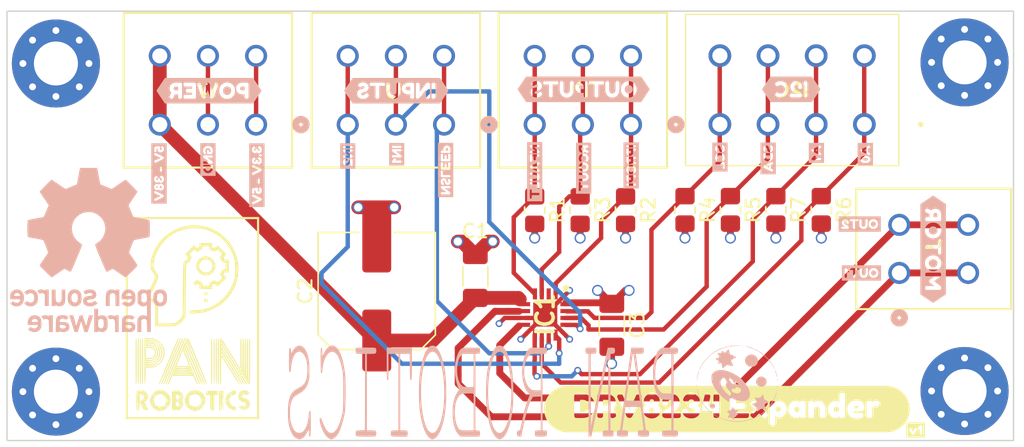
<source format=kicad_pcb>
(kicad_pcb (version 20221018) (generator pcbnew)
  (layers (0 "F.Cu" signal) (1 "In1.Cu" power "GND.Cu") (2 "In2.Cu" power "5V.Cu") (31 "B.Cu" signal) (34 "B.Paste" user) (35 "F.Paste" user) (36 "B.SilkS" user "B.Silkscreen") (37 "F.SilkS" user "F.Silkscreen") (38 "B.Mask" user) (39 "F.Mask" user) (44 "Edge.Cuts" user))
  (net 0 "")
  (net 1 "VCC")
  (net 2 "GND")
  (net 3 "+5V")
  (net 4 "IPROPI")
  (net 6 "RC_OUT")
  (net 7 "NFAULT")
  (net 8 "OUT1")
  (net 9 "OUT2")
  (net 10 "A1")
  (net 11 "A0")
  (net 12 "NSLEEP")
  (net 13 "IN2")
  (net 14 "IN1")
  (net 15 "SDA")
  (net 16 "SCL")
  (footprint "Resistor_SMD:R_0805_2012Metric_Pad1.20x1.40mm_HandSolder" (layer "F.Cu") (at 129.286 90.932 -90)
    (fp_text reference "R1" (at 0 -1.65 -90) (layer "F.SilkS"))
    (fp_text value "10K")
    (pad "1" smd roundrect (at -1 0 270) (size 1.2 1.4) (layers "F.Cu" "F.Paste" "F.Mask") (roundrect_rratio 0.2083333333) (net 7 "NFAULT"))
    (pad "2" smd roundrect (at 1 0 270) (size 1.2 1.4) (layers "F.Cu" "F.Paste" "F.Mask") (roundrect_rratio 0.2083333333) (net 3 "+5V"))
  )
  (footprint "1862055 Footprint:CONN_1862055" (layer "F.Cu") (at 129.286 79.709 180)
    (fp_text reference "J3" (at -3.500001 -2.5 180 unlocked) (layer "F.SilkS"))
    (fp_text value "CNTRL_OUT")
    (pad "1" thru_hole circle (at -7.000001 -5 180) (size 1.6002 1.6002) (drill 1.0922) (layers "*.Cu" "*.Mask") (net 4 "IPROPI"))
    (pad "2" thru_hole circle (at -7.000001 0 180) (size 1.6002 1.6002) (drill 1.0922) (layers "*.Cu" "*.Mask") (net 4 "IPROPI"))
    (pad "3" thru_hole circle (at -3.500001 -5 180) (size 1.6002 1.6002) (drill 1.0922) (layers "*.Cu" "*.Mask") (net 6 "RC_OUT"))
    (pad "4" thru_hole circle (at -3.500001 0 180) (size 1.6002 1.6002) (drill 1.0922) (layers "*.Cu" "*.Mask") (net 6 "RC_OUT"))
    (pad "5" thru_hole circle (at 0 -5 180) (size 1.6002 1.6002) (drill 1.0922) (layers "*.Cu" "*.Mask") (net 7 "NFAULT"))
    (pad "6" thru_hole circle (at 0 0 180) (size 1.6002 1.6002) (drill 1.0922) (layers "*.Cu" "*.Mask") (net 7 "NFAULT"))
  )
  (footprint "1862042 Footprint:CONN_1862042" (layer "F.Cu") (at 160.782 92.003998 90)
    (fp_text reference "J5" (at -1.75 -2.5 90 unlocked) (layer "F.SilkS"))
    (fp_text value "MOTOR")
    (pad "1" thru_hole circle (at -3.500002 -5 90) (size 1.6002 1.6002) (drill 1.0922) (layers "*.Cu" "*.Mask") (net 8 "OUT1"))
    (pad "2" thru_hole circle (at -3.500002 0 90) (size 1.6002 1.6002) (drill 1.0922) (layers "*.Cu" "*.Mask") (net 8 "OUT1"))
    (pad "3" thru_hole circle (at 0.000001 -5 90) (size 1.6002 1.6002) (drill 1.0922) (layers "*.Cu" "*.Mask") (net 9 "OUT2"))
    (pad "4" thru_hole circle (at 0.000001 0 90) (size 1.6002 1.6002) (drill 1.0922) (layers "*.Cu" "*.Mask") (net 9 "OUT2"))
  )
  (footprint "Resistor_SMD:R_0805_2012Metric_Pad1.20x1.40mm_HandSolder" (layer "F.Cu") (at 150.114 90.916 -90)
    (fp_text reference "R6" (at 0 -1.65 90) (layer "F.SilkS"))
    (fp_text value "2.2K")
    (pad "1" smd roundrect (at -1 0 270) (size 1.2 1.4) (layers "F.Cu" "F.Paste" "F.Mask") (roundrect_rratio 0.2083333333) (net 11 "A0"))
    (pad "2" smd roundrect (at 1 0 270) (size 1.2 1.4) (layers "F.Cu" "F.Paste" "F.Mask") (roundrect_rratio 0.2083333333) (net 3 "+5V"))
  )
  (footprint "Capacitor_SMD:C_Elec_8x10.2" (layer "F.Cu") (at 117.8052 96.818 90)
    (fp_text reference "C2" (at 0 -5.2 90) (layer "F.SilkS"))
    (fp_text value "100uF")
    (pad "1" smd roundrect (at -3.6 0 90) (size 4.5 2.1) (layers "F.Cu" "F.Paste" "F.Mask") (roundrect_rratio 0.1190480952) (net 1 "VCC"))
    (pad "2" smd roundrect (at 3.6 0 90) (size 4.5 2.1) (layers "F.Cu" "F.Paste" "F.Mask") (roundrect_rratio 0.1190480952) (net 2 "GND"))
  )
  (footprint "kibuzzard-65A7039D" (layer "F.Cu") (at 156.972 106.934)
    (fp_text reference "kibuzzard-65A7039D" hide)
    (fp_text value "G***" hide)
  )
  (footprint "Resistor_SMD:R_0805_2012Metric_Pad1.20x1.40mm_HandSolder" (layer "F.Cu") (at 135.89 90.932 -90)
    (fp_text reference "R2" (at 0 -1.65 -90) (layer "F.SilkS"))
    (fp_text value "8.45K")
    (pad "1" smd roundrect (at -1 0 270) (size 1.2 1.4) (layers "F.Cu" "F.Paste" "F.Mask") (roundrect_rratio 0.2083333333) (net 4 "IPROPI"))
    (pad "2" smd roundrect (at 1 0 270) (size 1.2 1.4) (layers "F.Cu" "F.Paste" "F.Mask") (roundrect_rratio 0.2083333333) (net 2 "GND"))
  )
  (footprint "1862055 Footprint:CONN_1862055" (layer "F.Cu") (at 115.697 79.709 180)
    (fp_text reference "J2" (at -3.500001 -2.5 180 unlocked) (layer "F.SilkS"))
    (fp_text value "CNTRL_IN")
    (pad "1" thru_hole circle (at -7.000001 -5 180) (size 1.6002 1.6002) (drill 1.0922) (layers "*.Cu" "*.Mask") (net 12 "NSLEEP"))
    (pad "2" thru_hole circle (at -7.000001 0 180) (size 1.6002 1.6002) (drill 1.0922) (layers "*.Cu" "*.Mask") (net 12 "NSLEEP"))
    (pad "3" thru_hole circle (at -3.500001 -5 180) (size 1.6002 1.6002) (drill 1.0922) (layers "*.Cu" "*.Mask") (net 14 "IN1"))
    (pad "4" thru_hole circle (at -3.500001 0 180) (size 1.6002 1.6002) (drill 1.0922) (layers "*.Cu" "*.Mask") (net 14 "IN1"))
    (pad "5" thru_hole circle (at 0 -5 180) (size 1.6002 1.6002) (drill 1.0922) (layers "*.Cu" "*.Mask") (net 13 "IN2"))
    (pad "6" thru_hole circle (at 0 0 180) (size 1.6002 1.6002) (drill 1.0922) (layers "*.Cu" "*.Mask") (net 13 "IN2"))
  )
  (footprint "kibuzzard-65A7036D" (layer "F.Cu") (at 143.256 105.41)
    (fp_text reference "kibuzzard-65A7036D" hide)
    (fp_text value "G***" hide)
  )
  (footprint "1862055 Footprint:CONN_1862055" (layer "F.Cu") (at 102.036999 79.709 180)
    (fp_text reference "J1" (at -3.500001 -2.5 180 unlocked) (layer "F.SilkS"))
    (fp_text value "POWER")
    (pad "1" thru_hole circle (at -7.000001 -5 180) (size 1.6002 1.6002) (drill 1.0922) (layers "*.Cu" "*.Mask") (net 3 "+5V"))
    (pad "2" thru_hole circle (at -7.000001 0 180) (size 1.6002 1.6002) (drill 1.0922) (layers "*.Cu" "*.Mask") (net 3 "+5V"))
    (pad "3" thru_hole circle (at -3.500001 -5 180) (size 1.6002 1.6002) (drill 1.0922) (layers "*.Cu" "*.Mask") (net 2 "GND"))
    (pad "4" thru_hole circle (at -3.500001 0 180) (size 1.6002 1.6002) (drill 1.0922) (layers "*.Cu" "*.Mask") (net 2 "GND"))
    (pad "5" thru_hole circle (at 0 -5 180) (size 1.6002 1.6002) (drill 1.0922) (layers "*.Cu" "*.Mask") (net 1 "VCC"))
    (pad "6" thru_hole circle (at 0 0 180) (size 1.6002 1.6002) (drill 1.0922) (layers "*.Cu" "*.Mask") (net 1 "VCC"))
  )
  (footprint "MountingHole:MountingHole_3.2mm_M3_Pad_Via" (layer "F.Cu") (at 160.528 80.183056)
    (fp_text reference "H2" hide)
    (fp_text value "MountingHole")
    (pad "1" thru_hole circle (at -2.4 0) (size 0.8 0.8) (drill 0.5) (layers "*.Cu" "*.Mask"))
    (pad "1" thru_hole circle (at -1.697056 -1.697056) (size 0.8 0.8) (drill 0.5) (layers "*.Cu" "*.Mask"))
    (pad "1" thru_hole circle (at -1.697056 1.697056) (size 0.8 0.8) (drill 0.5) (layers "*.Cu" "*.Mask"))
    (pad "1" thru_hole circle (at 0 -2.4) (size 0.8 0.8) (drill 0.5) (layers "*.Cu" "*.Mask"))
    (pad "1" thru_hole circle (at 0 0) (size 6.4 6.4) (drill 3.2) (layers "*.Cu" "*.Mask"))
    (pad "1" thru_hole circle (at 0 2.4) (size 0.8 0.8) (drill 0.5) (layers "*.Cu" "*.Mask"))
    (pad "1" thru_hole circle (at 1.697056 -1.697056) (size 0.8 0.8) (drill 0.5) (layers "*.Cu" "*.Mask"))
    (pad "1" thru_hole circle (at 1.697056 1.697056) (size 0.8 0.8) (drill 0.5) (layers "*.Cu" "*.Mask"))
    (pad "1" thru_hole circle (at 2.4 0) (size 0.8 0.8) (drill 0.5) (layers "*.Cu" "*.Mask"))
  )
  (footprint "DRV8234 Footprint:QFN50P300X300X80-17N-D" (layer "F.Cu") (at 130.052 98.528 -90)
    (fp_text reference "IC1" (at 0 0 90) (layer "F.SilkS") (effects (font (size 1.27 1.27) (thickness 0.254))))
    (fp_text value "DRV8234RTER" hide)
    (pad "1" smd rect (at -1.5 -0.75) (size 0.3 0.8) (layers "F.Cu" "F.Paste" "F.Mask") (net 4 "IPROPI"))
    (pad "2" smd rect (at -1.5 -0.25) (size 0.3 0.8) (layers "F.Cu" "F.Paste" "F.Mask"))
    (pad "3" smd rect (at -1.5 0.25) (size 0.3 0.8) (layers "F.Cu" "F.Paste" "F.Mask") (net 6 "RC_OUT"))
    (pad "4" smd rect (at -1.5 0.75) (size 0.3 0.8) (layers "F.Cu" "F.Paste" "F.Mask") (net 7 "NFAULT"))
    (pad "5" smd rect (at -0.75 1.5 270) (size 0.3 0.8) (layers "F.Cu" "F.Paste" "F.Mask") (net 1 "VCC"))
    (pad "6" smd rect (at -0.25 1.5 270) (size 0.3 0.8) (layers "F.Cu" "F.Paste" "F.Mask") (net 8 "OUT1"))
    (pad "7" smd rect (at 0.25 1.5 270) (size 0.3 0.8) (layers "F.Cu" "F.Paste" "F.Mask") (net 2 "GND"))
    (pad "8" smd rect (at 0.75 1.5 270) (size 0.3 0.8) (layers "F.Cu" "F.Paste" "F.Mask") (net 9 "OUT2"))
    (pad "9" smd rect (at 1.5 0.75) (size 0.3 0.8) (layers "F.Cu" "F.Paste" "F.Mask") (net 10 "A1"))
    (pad "10" smd rect (at 1.5 0.25) (size 0.3 0.8) (layers "F.Cu" "F.Paste" "F.Mask") (net 11 "A0"))
    (pad "11" smd rect (at 1.5 -0.25) (size 0.3 0.8) (layers "F.Cu" "F.Paste" "F.Mask") (net 12 "NSLEEP"))
    (pad "12" smd rect (at 1.5 -0.75) (size 0.3 0.8) (layers "F.Cu" "F.Paste" "F.Mask") (net 13 "IN2"))
    (pad "13" smd rect (at 0.75 -1.5 270) (size 0.3 0.8) (layers "F.Cu" "F.Paste" "F.Mask") (net 14 "IN1"))
    (pad "14" smd rect (at 0.25 -1.5 270) (size 0.3 0.8) (layers "F.Cu" "F.Paste" "F.Mask") (net 15 "SDA"))
    (pad "15" smd rect (at -0.25 -1.5 270) (size 0.3 0.8) (layers "F.Cu" "F.Paste" "F.Mask") (net 16 "SCL"))
    (pad "16" smd rect (at -0.75 -1.5 270) (size 0.3 0.8) (layers "F.Cu" "F.Paste" "F.Mask") (net 3 "+5V"))
    (pad "17" smd rect (at 0 0 270) (size 1.75 1.75) (layers "F.Cu" "F.Paste" "F.Mask") (net 2 "GND"))
  )
  (footprint "MountingHole:MountingHole_3.2mm_M3_Pad_Via" (layer "F.Cu") (at 94.488 104.14)
    (fp_text reference "H3" hide)
    (fp_text value "MountingHole")
    (pad "1" thru_hole circle (at -2.4 0) (size 0.8 0.8) (drill 0.5) (layers "*.Cu" "*.Mask"))
    (pad "1" thru_hole circle (at -1.697056 -1.697056) (size 0.8 0.8) (drill 0.5) (layers "*.Cu" "*.Mask"))
    (pad "1" thru_hole circle (at -1.697056 1.697056) (size 0.8 0.8) (drill 0.5) (layers "*.Cu" "*.Mask"))
    (pad "1" thru_hole circle (at 0 -2.4) (size 0.8 0.8) (drill 0.5) (layers "*.Cu" "*.Mask"))
    (pad "1" thru_hole circle (at 0 0) (size 6.4 6.4) (drill 3.2) (layers "*.Cu" "*.Mask"))
    (pad "1" thru_hole circle (at 0 2.4) (size 0.8 0.8) (drill 0.5) (layers "*.Cu" "*.Mask"))
    (pad "1" thru_hole circle (at 1.697056 -1.697056) (size 0.8 0.8) (drill 0.5) (layers "*.Cu" "*.Mask"))
    (pad "1" thru_hole circle (at 1.697056 1.697056) (size 0.8 0.8) (drill 0.5) (layers "*.Cu" "*.Mask"))
    (pad "1" thru_hole circle (at 2.4 0) (size 0.8 0.8) (drill 0.5) (layers "*.Cu" "*.Mask"))
  )
  (footprint "Resistor_SMD:R_0805_2012Metric_Pad1.20x1.40mm_HandSolder" (layer "F.Cu") (at 140.208 90.916 -90)
    (fp_text reference "R4" (at 0 -1.65 90) (layer "F.SilkS"))
    (fp_text value "2.2K")
    (pad "1" smd roundrect (at -1 0 270) (size 1.2 1.4) (layers "F.Cu" "F.Paste" "F.Mask") (roundrect_rratio 0.2083333333) (net 16 "SCL"))
    (pad "2" smd roundrect (at 1 0 270) (size 1.2 1.4) (layers "F.Cu" "F.Paste" "F.Mask") (roundrect_rratio 0.2083333333) (net 3 "+5V"))
  )
  (footprint "Resistor_SMD:R_0805_2012Metric_Pad1.20x1.40mm_HandSolder" (layer "F.Cu") (at 143.51 90.916 -90)
    (fp_text reference "R5" (at 0 -1.65 90) (layer "F.SilkS"))
    (fp_text value "2.2K")
    (pad "1" smd roundrect (at -1 0 270) (size 1.2 1.4) (layers "F.Cu" "F.Paste" "F.Mask") (roundrect_rratio 0.2083333333) (net 15 "SDA"))
    (pad "2" smd roundrect (at 1 0 270) (size 1.2 1.4) (layers "F.Cu" "F.Paste" "F.Mask") (roundrect_rratio 0.2083333333) (net 3 "+5V"))
  )
  (footprint "Resistor_SMD:R_0805_2012Metric_Pad1.20x1.40mm_HandSolder" (layer "F.Cu") (at 146.812 90.916 -90)
    (fp_text reference "R7" (at 0 -1.65 90) (layer "F.SilkS"))
    (fp_text value "2.2K")
    (pad "1" smd roundrect (at -1 0 270) (size 1.2 1.4) (layers "F.Cu" "F.Paste" "F.Mask") (roundrect_rratio 0.2083333333) (net 10 "A1"))
    (pad "2" smd roundrect (at 1 0 270) (size 1.2 1.4) (layers "F.Cu" "F.Paste" "F.Mask") (roundrect_rratio 0.2083333333) (net 3 "+5V"))
  )
  (footprint "Logos:Pan-Robotics2-Logo2" (layer "F.Cu") (at 104.394 98.806)
    (fp_text reference "G***")
    (fp_text value "LOGO" hide)
  )
  (footprint "Resistor_SMD:R_0805_2012Metric_Pad1.20x1.40mm_HandSolder" (layer "F.Cu") (at 132.588 90.932 -90)
    (fp_text reference "R3" (at 0 -1.65 90) (layer "F.SilkS"))
    (fp_text value "10K")
    (pad "1" smd roundrect (at -1 0 270) (size 1.2 1.4) (layers "F.Cu" "F.Paste" "F.Mask") (roundrect_rratio 0.2083333333) (net 6 "RC_OUT"))
    (pad "2" smd roundrect (at 1 0 270) (size 1.2 1.4) (layers "F.Cu" "F.Paste" "F.Mask") (roundrect_rratio 0.2083333333) (net 3 "+5V"))
  )
  (footprint "Capacitor_SMD:C_1206_3216Metric_Pad1.33x1.80mm_HandSolder" (layer "F.Cu") (at 134.89 99.314 -90)
    (fp_text reference "C3" (at 0 -1.85 90) (layer "F.SilkS"))
    (fp_text value "100nF")
    (pad "1" smd roundrect (at -1.5625 0 270) (size 1.325 1.8) (layers "F.Cu" "F.Paste" "F.Mask") (roundrect_rratio 0.1886792453) (net 3 "+5V"))
    (pad "2" smd roundrect (at 1.5625 0 270) (size 1.325 1.8) (layers "F.Cu" "F.Paste" "F.Mask") (roundrect_rratio 0.1886792453) (net 2 "GND"))
  )
  (footprint "Capacitor_SMD:C_1206_3216Metric_Pad1.33x1.80mm_HandSolder" (layer "F.Cu") (at 124.968 95.758 90)
    (fp_text reference "C1" (at 3.302 0 180) (layer "F.SilkS"))
    (fp_text value "100nF")
    (pad "1" smd roundrect (at -1.5625 0 90) (size 1.325 1.8) (layers "F.Cu" "F.Paste" "F.Mask") (roundrect_rratio 0.1886792453) (net 1 "VCC"))
    (pad "2" smd roundrect (at 1.5625 0 90) (size 1.325 1.8) (layers "F.Cu" "F.Paste" "F.Mask") (roundrect_rratio 0.1886792453) (net 2 "GND"))
  )
  (footprint "1862068 Footprint:1862068" (layer "F.Cu") (at 153.244 84.6944 180)
    (fp_text reference "J4" (at 5.162 2.5) (layer "F.SilkS") (effects (font (size 1.27 1.27) (thickness 0.254))))
    (fp_text value "I2C" hide)
    (pad "1" thru_hole circle (at 0 0 180) (size 1.65 1.65) (drill 1.1) (layers "*.Cu" "*.Mask") (net 11 "A0"))
    (pad "2" thru_hole circle (at 0 5 180) (size 1.65 1.65) (drill 1.1) (layers "*.Cu" "*.Mask") (net 11 "A0"))
    (pad "3" thru_hole circle (at 3.5 0 180) (size 1.65 1.65) (drill 1.1) (layers "*.Cu" "*.Mask") (net 10 "A1"))
    (pad "4" thru_hole circle (at 3.5 5 180) (size 1.65 1.65) (drill 1.1) (layers "*.Cu" "*.Mask") (net 10 "A1"))
    (pad "5" thru_hole circle (at 7 0 180) (size 1.65 1.65) (drill 1.1) (layers "*.Cu" "*.Mask") (net 15 "SDA"))
    (pad "6" thru_hole circle (at 7 5 180) (size 1.65 1.65) (drill 1.1) (layers "*.Cu" "*.Mask") (net 15 "SDA"))
    (pad "7" thru_hole circle (at 10.5 0 180) (size 1.65 1.65) (drill 1.1) (layers "*.Cu" "*.Mask") (net 16 "SCL"))
    (pad "8" thru_hole circle (at 10.5 5 180) (size 1.65 1.65) (drill 1.1) (layers "*.Cu" "*.Mask") (net 16 "SCL"))
  )
  (footprint "MountingHole:MountingHole_3.2mm_M3_Pad_Via" (layer "F.Cu") (at 94.488 80.264)
    (fp_text reference "H1" hide)
    (fp_text value "MountingHole")
    (pad "1" thru_hole circle (at -2.4 0) (size 0.8 0.8) (drill 0.5) (layers "*.Cu" "*.Mask"))
    (pad "1" thru_hole circle (at -1.697056 -1.697056) (size 0.8 0.8) (drill 0.5) (layers "*.Cu" "*.Mask"))
    (pad "1" thru_hole circle (at -1.697056 1.697056) (size 0.8 0.8) (drill 0.5) (layers "*.Cu" "*.Mask"))
    (pad "1" thru_hole circle (at 0 -2.4) (size 0.8 0.8) (drill 0.5) (layers "*.Cu" "*.Mask"))
    (pad "1" thru_hole circle (at 0 0) (size 6.4 6.4) (drill 3.2) (layers "*.Cu" "*.Mask"))
    (pad "1" thru_hole circle (at 0 2.4) (size 0.8 0.8) (drill 0.5) (layers "*.Cu" "*.Mask"))
    (pad "1" thru_hole circle (at 1.697056 -1.697056) (size 0.8 0.8) (drill 0.5) (layers "*.Cu" "*.Mask"))
    (pad "1" thru_hole circle (at 1.697056 1.697056) (size 0.8 0.8) (drill 0.5) (layers "*.Cu" "*.Mask"))
    (pad "1" thru_hole circle (at 2.4 0) (size 0.8 0.8) (drill 0.5) (layers "*.Cu" "*.Mask"))
  )
  (footprint "MountingHole:MountingHole_3.2mm_M3_Pad_Via" (layer "F.Cu") (at 160.528 104.093944)
    (fp_text reference "H4" hide)
    (fp_text value "MountingHole")
    (pad "1" thru_hole circle (at -2.4 0) (size 0.8 0.8) (drill 0.5) (layers "*.Cu" "*.Mask"))
    (pad "1" thru_hole circle (at -1.697056 -1.697056) (size 0.8 0.8) (drill 0.5) (layers "*.Cu" "*.Mask"))
    (pad "1" thru_hole circle (at -1.697056 1.697056) (size 0.8 0.8) (drill 0.5) (layers "*.Cu" "*.Mask"))
    (pad "1" thru_hole circle (at 0 -2.4) (size 0.8 0.8) (drill 0.5) (layers "*.Cu" "*.Mask"))
    (pad "1" thru_hole circle (at 0 0) (size 6.4 6.4) (drill 3.2) (layers "*.Cu" "*.Mask"))
    (pad "1" thru_hole circle (at 0 2.4) (size 0.8 0.8) (drill 0.5) (layers "*.Cu" "*.Mask"))
    (pad "1" thru_hole circle (at 1.697056 -1.697056) (size 0.8 0.8) (drill 0.5) (layers "*.Cu" "*.Mask"))
    (pad "1" thru_hole circle (at 1.697056 1.697056) (size 0.8 0.8) (drill 0.5) (layers "*.Cu" "*.Mask"))
    (pad "1" thru_hole circle (at 2.4 0) (size 0.8 0.8) (drill 0.5) (layers "*.Cu" "*.Mask"))
  )
  (footprint "kibuzzard-65A6FFBA" (layer "B.Cu") (at 147.9296 82.1436 180)
    (fp_text reference "kibuzzard-65A6FFBA" hide)
    (fp_text value "G***" hide)
  )
  (footprint "kibuzzard-65A6FD21" (layer "B.Cu") (at 149.7584 86.7664 -90)
    (fp_text reference "kibuzzard-65A6FD21" hide)
    (fp_text value "G***" hide)
  )
  (footprint "kibuzzard-65A6FFF9" (layer "B.Cu") (at 119.2276 82.2452 180)
    (fp_text reference "kibuzzard-65A6FFF9" hide)
    (fp_text value "G***" hide)
  )
  (footprint "kibuzzard-65A70003" (layer "B.Cu") (at 132.842 82.1436 180)
    (fp_text reference "kibuzzard-65A70003" hide)
    (fp_text value "G***" hide)
  )
  (footprint "kibuzzard-65A6FCD9" (layer "B.Cu") (at 115.697 86.995 -90)
    (fp_text reference "kibuzzard-65A6FCD9" hide)
    (fp_text value "G***" hide)
  )
  (footprint "kibuzzard-65A6FD36" (layer "B.Cu") (at 153.035 95.504 180)
    (fp_text reference "kibuzzard-65A6FD36" hide)
    (fp_text value "G***" hide)
  )
  (footprint "kibuzzard-65A6FCCE" (layer "B.Cu") (at 122.809 88.011 90)
    (fp_text reference "kibuzzard-65A6FCCE" hide)
    (fp_text value "G***" hide)
  )
  (footprint "kibuzzard-65A6FCF1" (layer "B.Cu") (at 132.842 87.884 -90)
    (fp_text reference "kibuzzard-65A6FCF1" hide)
    (fp_text value "G***" hide)
  )
  (footprint "kibuzzard-65A6FC0C" (layer "B.Cu") (at 105.537 87.249 -90)
    (fp_text reference "kibuzzard-65A6FC0C" hide)
    (fp_text value "G***" hide)
  )
  (footprint "kibuzzard-65A7001B" (layer "B.Cu") (at 158.242 93.7768 90)
    (fp_text reference "kibuzzard-65A7001B" hide)
    (fp_text value "G***" hide)
  )
  (footprint "kibuzzard-65A6FD28" (layer "B.Cu") (at 153.3144 86.868 -90)
    (fp_text reference "kibuzzard-65A6FD28" hide)
    (fp_text value "G***" hide)
  )
  (footprint "kibuzzard-65A7000E" (layer "B.Cu") (at 105.6132 82.2452 180)
    (fp_text reference "kibuzzard-65A7000E" hide)
    (fp_text value "G***" hide)
  )
  (footprint "kibuzzard-65A6FC26" (layer "B.Cu") (at 101.981 88.265 -90)
    (fp_text reference "kibuzzard-65A6FC26" hide)
    (fp_text value "G***" hide)
  )
  (footprint "kibuzzard-65A6FCAC" (layer "B.Cu") (at 119.253 86.868 -90)
    (fp_text reference "kibuzzard-65A6FCAC" hide)
    (fp_text value "G***" hide)
  )
  (footprint "kibuzzard-65A6FC4F" (layer "B.Cu") (at 109.093 88.392 -90)
    (fp_text reference "kibuzzard-65A6FC4F" hide)
    (fp_text value "G***" hide)
  )
  (footprint "kibuzzard-65A6FD3E" (layer "B.Cu") (at 152.908 91.948 180)
    (fp_text reference "kibuzzard-65A6FD3E" hide)
    (fp_text value "G***" hide)
  )
  (footprint "kibuzzard-65A6FCE2" (layer "B.Cu") (at 129.286 88.138 -90)
    (fp_text reference "kibuzzard-65A6FCE2" hide)
    (fp_text value "G***" hide)
  )
  (footprint "Symbol:OSHW-Logo_11.4x12mm_SilkScreen" (layer "B.Cu") (at 96.8756 93.8276 180)
    (fp_text reference "REF**" hide)
    (fp_text value "OSHW-Logo_11.4x12mm_SilkScreen" hide)
  )
  (footprint "kibuzzard-65A6FD04" (layer "B.Cu") (at 136.2964 87.6808 -90)
    (fp_text reference "kibuzzard-65A6FD04" hide)
    (fp_text value "G***" hide)
  )
  (footprint "kibuzzard-65A6FD0F" (layer "B.Cu") (at 142.748 87.0712 -90)
    (fp_text reference "kibuzzard-65A6FD0F" hide)
    (fp_text value "G***" hide)
  )
  (footprint "Logos:Pan-Robotics-Logo7" (layer "B.Cu") (at 129.1336 104.14 180)
    (fp_text reference "G***" hide)
    (fp_text value "LOGO" hide)
  )
  (footprint "kibuzzard-65A6FD18" (layer "B.Cu") (at 146.2532 87.1728 -90)
    (fp_text reference "kibuzzard-65A6FD18" hide)
    (fp_text value "G***" hide)
  )
  (gr_rect (start 90.932 76.454) (end 164.084 107.696) (stroke (width 0.1)) (fill none) (layer "Edge.Cuts"))
  (segment (start 131.191 97.409) (end 130.937 97.663) (width 0.32) (layer "F.Cu") (net 0))
  (segment (start 131.064 100.33) (end 130.81 100.076) (width 0.32) (layer "F.Cu") (net 0))
  (segment (start 131.826 100.33) (end 131.572 100.076) (width 0.32) (layer "F.Cu") (net 0))
  (segment (start 128.905 99.695) (end 128.651 99.949) (width 0.32) (layer "F.Cu") (net 0))
  (segment (start 131.699 96.901) (end 131.445 97.155) (width 0.32) (layer "F.Cu") (net 0))
  (segment (start 128.651 99.949) (end 128.397 100.203) (width 0.32) (layer "F.Cu") (net 0))
  (segment (start 131.445 97.155) (end 131.191 97.409) (width 0.32) (layer "F.Cu") (net 0))
  (segment (start 131.318 99.822) (end 131.064 99.568) (width 0.32) (layer "F.Cu") (net 0))
  (segment (start 131.064 99.568) (end 130.81 99.314) (width 0.32) (layer "F.Cu") (net 0))
  (segment (start 130.937 97.663) (end 130.683 97.917) (width 0.32) (layer "F.Cu") (net 0))
  (segment (start 131.572 100.076) (end 131.318 99.822) (width 0.32) (layer "F.Cu") (net 0))
  (segment (start 129.413 99.187) (end 129.159 99.441) (width 0.32) (layer "F.Cu") (net 0))
  (segment (start 129.159 99.441) (end 128.905 99.695) (width 0.32) (layer "F.Cu") (net 0))
  (segment (start 124.968 97.3205) (end 128.0945 97.3205) (width 1) (layer "F.Cu") (net 1))
  (segment (start 121.8705 100.418) (end 124.968 97.3205) (width 1) (layer "F.Cu") (net 1))
  (segment (start 128.0945 97.3205) (end 128.202 97.428) (width 1) (layer "F.Cu") (net 1))
  (segment (start 102.036999 79.709) (end 102.036999 84.709) (width 1) (layer "F.Cu") (net 1))
  (segment (start 117.745999 100.418) (end 121.8705 100.418) (width 1) (layer "F.Cu") (net 1))
  (segment (start 102.036999 84.709) (end 117.745999 100.418) (width 1) (layer "F.Cu") (net 1))
  (segment (start 135.89 92.964) (end 135.89 91.932) (width 0.5) (layer "F.Cu") (net 2))
  (segment (start 134.874 100.8925) (end 134.89 100.8765) (width 0.5) (layer "F.Cu") (net 2))
  (segment (start 123.9905 93.218) (end 124.968 94.1955) (width 1) (layer "F.Cu") (net 2))
  (segment (start 125.9455 93.218) (end 124.968 94.1955) (width 1) (layer "F.Cu") (net 2))
  (segment (start 126.6952 99.1866) (end 127.1012 98.7806) (width 0.32) (layer "F.Cu") (net 2))
  (segment (start 123.698 93.218) (end 123.9905 93.218) (width 1) (layer "F.Cu") (net 2))
  (segment (start 105.537 79.709) (end 105.537 84.709) (width 0.32) (layer "F.Cu") (net 2))
  (segment (start 127.2286 98.7806) (end 128.2446 98.7806) (width 0.32) (layer "F.Cu") (net 2))
  (segment (start 128.651 98.7806) (end 129.413 98.7806) (width 0.32) (layer "F.Cu") (net 2))
  (segment (start 127.1012 98.7806) (end 127.2286 98.7806) (width 0.32) (layer "F.Cu") (net 2))
  (segment (start 116.4565 90.7288) (end 119.0752 90.7288) (width 1) (layer "F.Cu") (net 2))
  (segment (start 126.238 93.218) (end 125.9455 93.218) (width 1) (layer "F.Cu") (net 2))
  (segment (start 134.874 102.108) (end 134.874 100.8925) (width 0.5) (layer "F.Cu") (net 2))
  (via (at 131.826 100.33) (size 0.5) (drill 0.3) (layers "F.Cu" "B.Cu") (net 2))
  (via (at 123.698 93.218) (size 0.8) (drill 0.6) (layers "F.Cu" "B.Cu") (net 2))
  (via (at 135.89 92.964) (size 0.8) (drill 0.6) (layers "F.Cu" "B.Cu") (net 2))
  (via (at 128.27 100.33) (size 0.5) (drill 0.3) (layers "F.Cu" "B.Cu") (net 2))
  (via (at 126.238 93.218) (size 0.8) (drill 0.6) (layers "F.Cu" "B.Cu") (net 2))
  (via (at 134.874 102.108) (size 0.8) (drill 0.6) (layers "F.Cu" "B.Cu") (net 2))
  (via (at 119.0752 90.7288) (size 0.8) (drill 0.6) (layers "F.Cu" "B.Cu") (net 2))
  (via (at 126.6952 99.1866) (size 0.5) (drill 0.3) (layers "F.Cu" "B.Cu") (net 2))
  (via (at 116.4565 90.7288) (size 0.8) (drill 0.6) (layers "F.Cu" "B.Cu") (net 2))
  (via (at 131.826 96.774) (size 0.5) (drill 0.3) (layers "F.Cu" "B.Cu") (net 2))
  (segment (start 129.286 92.964) (end 129.286 91.932) (width 0.5) (layer "F.Cu") (net 3))
  (segment (start 136.144 96.774) (end 135.8675 96.774) (width 0.5) (layer "F.Cu") (net 3))
  (segment (start 135.8675 96.774) (end 134.89 97.7515) (width 0.5) (layer "F.Cu") (net 3))
  (segment (start 140.208 92.964) (end 140.208 91.916) (width 0.5) (layer "F.Cu") (net 3))
  (segment (start 143.51 92.964) (end 143.51 91.916) (width 0.5) (layer "F.Cu") (net 3))
  (segment (start 134.8165 97.678) (end 131.552 97.678) (width 0.5) (layer "F.Cu") (net 3))
  (segment (start 133.858 96.774) (end 133.9125 96.774) (width 0.5) (layer "F.Cu") (net 3))
  (segment (start 109.037 79.709) (end 109.037 84.709) (width 0.32) (layer "F.Cu") (net 3))
  (segment (start 134.89 97.7515) (end 134.8165 97.678) (width 0.5) (layer "F.Cu") (net 3))
  (segment (start 150.114 92.964) (end 150.114 91.916) (width 0.5) (layer "F.Cu") (net 3))
  (segment (start 146.812 92.964) (end 146.812 91.916) (width 0.5) (layer "F.Cu") (net 3))
  (segment (start 132.588 92.964) (end 132.588 91.932) (width 0.5) (layer "F.Cu") (net 3))
  (segment (start 133.9125 96.774) (end 134.89 97.7515) (width 0.5) (layer "F.Cu") (net 3))
  (via (at 129.286 92.964) (size 0.8) (drill 0.6) (layers "F.Cu" "B.Cu") (net 3))
  (via (at 136.144 96.774) (size 0.8) (drill 0.6) (layers "F.Cu" "B.Cu") (net 3))
  (via (at 133.858 96.774) (size 0.8) (drill 0.6) (layers "F.Cu" "B.Cu") (net 3))
  (via (at 132.588 92.964) (size 0.8) (drill 0.6) (layers "F.Cu" "B.Cu") (net 3))
  (via (at 150.114 92.964) (size 0.8) (drill 0.6) (layers "F.Cu" "B.Cu") (net 3))
  (via (at 143.51 92.964) (size 0.8) (drill 0.6) (layers "F.Cu" "B.Cu") (net 3))
  (via (at 146.812 92.964) (size 0.8) (drill 0.6) (layers "F.Cu" "B.Cu") (net 3))
  (via (at 140.208 92.964) (size 0.8) (drill 0.6) (layers "F.Cu" "B.Cu") (net 3))
  (segment (start 130.812 96.264) (end 130.812 97.028) (width 0.32) (layer "F.Cu") (net 4))
  (segment (start 136.286001 84.709) (end 136.286001 79.709) (width 0.32) (layer "F.Cu") (net 4))
  (segment (start 136.286001 89.535999) (end 135.89 89.932) (width 0.32) (layer "F.Cu") (net 4))
  (segment (start 136.286001 84.709) (end 136.286001 89.535999) (width 0.32) (layer "F.Cu") (net 4))
  (segment (start 134.112 92.964) (end 130.812 96.264) (width 0.32) (layer "F.Cu") (net 4))
  (segment (start 135.89 89.932) (end 134.112 91.71) (width 0.32) (layer "F.Cu") (net 4))
  (segment (start 134.112 91.71) (end 134.112 92.964) (width 0.32) (layer "F.Cu") (net 4))
  (segment (start 132.588 89.932) (end 132.588 84.907001) (width 0.32) (layer "F.Cu") (net 6))
  (segment (start 129.794 95.25) (end 131.064 93.98) (width 0.32) (layer "F.Cu") (net 6))
  (segment (start 131.064 90.678) (end 131.81 89.932) (width 0.32) (layer "F.Cu") (net 6))
  (segment (start 131.81 89.932) (end 132.588 89.932) (width 0.32) (layer "F.Cu") (net 6))
  (segment (start 129.794 97.155) (end 129.794 95.25) (width 0.32) (layer "F.Cu") (net 6))
  (segment (start 131.064 93.98) (end 131.064 90.678) (width 0.32) (layer "F.Cu") (net 6))
  (segment (start 132.786001 84.709) (end 132.786001 79.709) (width 0.32) (layer "F.Cu") (net 6))
  (segment (start 132.588 84.907001) (end 132.786001 84.709) (width 0.32) (layer "F.Cu") (net 6))
  (segment (start 127.762 91.456) (end 127.762 95.498) (width 0.32) (layer "F.Cu") (net 7))
  (segment (start 129.286 89.932) (end 127.762 91.456) (width 0.32) (layer "F.Cu") (net 7))
  (segment (start 129.286 89.932) (end 129.286 79.709) (width 0.32) (layer "F.Cu") (net 7))
  (segment (start 127.762 95.498) (end 129.292 97.028) (width 0.32) (layer "F.Cu") (net 7))
  (segment (start 126.3904 98.298) (end 126.538024 98.298) (width 0.5) (layer "F.Cu") (net 8))
  (segment (start 127.381 98.298) (end 128.143 98.298) (width 0.5) (layer "F.Cu") (net 8))
  (segment (start 155.782 95.504) (end 145.3172 105.9688) (width 0.5) (layer "F.Cu") (net 8))
  (segment (start 126.1364 105.9688) (end 123.7234 103.5558) (width 0.5) (layer "F.Cu") (net 8))
  (segment (start 123.7234 100.965) (end 126.3904 98.298) (width 0.5) (layer "F.Cu") (net 8))
  (segment (start 123.7234 103.5558) (end 123.7234 100.965) (width 0.5) (layer "F.Cu") (net 8))
  (segment (start 126.5936 98.298) (end 127.3556 98.298) (width 0.5) (layer "F.Cu") (net 8))
  (segment (start 145.3172 105.9688) (end 126.1364 105.9688) (width 0.5) (layer "F.Cu") (net 8))
  (segment (start 160.782 95.504) (end 155.782 95.504) (width 0.5) (layer "F.Cu") (net 8))
  (segment (start 155.782 92.003997) (end 160.782 92.003997) (width 0.5) (layer "F.Cu") (net 9))
  (segment (start 128.5494 104.5972) (end 143.188797 104.5972) (width 0.5) (layer "F.Cu") (net 9))
  (segment (start 126.746 102.7938) (end 128.5494 104.5972) (width 0.5) (layer "F.Cu") (net 9))
  (segment (start 143.188797 104.5972) (end 155.782 92.003997) (width 0.5) (layer "F.Cu") (net 9))
  (segment (start 128.1483 99.3595) (end 126.746 100.7618) (width 0.5) (layer "F.Cu") (net 9))
  (segment (start 126.746 100.7618) (end 126.746 102.7938) (width 0.5) (layer "F.Cu") (net 9))
  (segment (start 129.274 102.858) (end 129.274 101.892608) (width 0.32) (layer "F.Cu") (net 10))
  (segment (start 132.6876 102.868) (end 132.461 102.6414) (width 0.32) (layer "F.Cu") (net 10))
  (segment (start 136.9334 102.868) (end 132.6876 102.868) (width 0.32) (layer "F.Cu") (net 10))
  (segment (start 149.733 84.535) (end 149.733 79.535) (width 0.32) (layer "F.Cu") (net 10))
  (segment (start 132.4102 102.5906) (end 132.461 102.6414) (width 0.32) (layer "F.Cu") (net 10))
  (segment (start 129.4384 103.0224) (end 129.274 102.858) (width 0.32) (layer "F.Cu") (net 10))
  (segment (start 129.286 101.8159) (end 129.286 100.0125) (width 0.32) (layer "F.Cu") (net 10))
  (segment (start 145.1356 94.6658) (end 136.9334 102.868) (width 0.32) (layer "F.Cu") (net 10))
  (segment (start 146.812 89.916) (end 145.1356 91.5924) (width 0.32) (layer "F.Cu") (net 10))
  (segment (start 149.733 86.995) (end 146.812 89.916) (width 0.32) (layer "F.Cu") (net 10))
  (segment (start 145.1356 91.5924) (end 145.1356 94.6658) (width 0.32) (layer "F.Cu") (net 10))
  (segment (start 149.733 84.535) (end 149.733 86.995) (width 0.32) (layer "F.Cu") (net 10))
  (via (at 129.4384 103.0224) (size 0.5) (drill 0.3) (layers "F.Cu" "B.Cu") (net 10))
  (via (at 132.4102 102.5906) (size 0.5) (drill 0.3) (layers "F.Cu" "B.Cu") (net 10))
  (segment (start 129.4384 103.0224) (end 129.4384 102.9716) (width 0.32) (layer "B.Cu") (net 10))
  (segment (start 131.9784 103.0224) (end 129.4384 103.0224) (width 0.32) (layer "B.Cu") (net 10))
  (segment (start 132.4102 102.5906) (end 131.9784 103.0224) (width 0.32) (layer "B.Cu") (net 10))
  (segment (start 150.114 89.916) (end 149.054 90.976) (width 0.32) (layer "F.Cu") (net 11))
  (segment (start 149.054 90.976) (end 149.054 91.0014) (width 0.32) (layer "F.Cu") (net 11))
  (segment (start 131.1656 103.4796) (end 129.794 102.108) (width 0.32) (layer "F.Cu") (net 11))
  (segment (start 149.054 91.0014) (end 148.6662 91.3892) (width 0.32) (layer "F.Cu") (net 11))
  (segment (start 153.233 84.535) (end 153.233 86.797) (width 0.32) (layer "F.Cu") (net 11))
  (segment (start 129.794 101.2825) (end 129.794 100.7491) (width 0.32) (layer "F.Cu") (net 11))
  (segment (start 129.794 102.108) (end 129.794 101.2825) (width 0.32) (layer "F.Cu") (net 11))
  (segment (start 153.233 86.797) (end 150.114 89.916) (width 0.32) (layer "F.Cu") (net 11))
  (segment (start 153.233 84.535) (end 153.233 79.535) (width 0.32) (layer "F.Cu") (net 11))
  (segment (start 129.794 100.7491) (end 129.794 100.2157) (width 0.32) (layer "F.Cu") (net 11))
  (segment (start 148.6662 91.3892) (end 148.6662 93.1418) (width 0.32) (layer "F.Cu") (net 11))
  (segment (start 148.6662 93.1418) (end 138.3284 103.4796) (width 0.32) (layer "F.Cu") (net 11))
  (segment (start 138.3284 103.4796) (end 131.1656 103.4796) (width 0.32) (layer "F.Cu") (net 11))
  (segment (start 130.302 100.33) (end 130.302 100.838) (width 0.32) (layer "F.Cu") (net 12))
  (segment (start 122.697001 79.709) (end 122.697001 84.709) (width 0.32) (layer "F.Cu") (net 12))
  (via (at 130.302 100.838) (size 0.5) (drill 0.3) (layers "F.Cu" "B.Cu") (net 12))
  (segment (start 125.984 101.346) (end 129.794 101.346) (width 0.32) (layer "B.Cu") (net 12))
  (segment (start 122.174 85.232001) (end 122.174 97.536) (width 0.32) (layer "B.Cu") (net 12))
  (segment (start 122.174 97.536) (end 125.984 101.346) (width 0.32) (layer "B.Cu") (net 12))
  (segment (start 129.794 101.346) (end 130.302 100.838) (width 0.32) (layer "B.Cu") (net 12))
  (segment (start 122.697001 84.709) (end 122.174 85.232001) (width 0.32) (layer "B.Cu") (net 12))
  (segment (start 131.064 100.838) (end 131.064 100.33) (width 0.32) (layer "F.Cu") (net 13))
  (segment (start 115.697 79.709) (end 115.697 84.709) (width 0.32) (layer "F.Cu") (net 13))
  (segment (start 131.064 101.346) (end 131.064 100.838) (width 0.32) (layer "F.Cu") (net 13))
  (via (at 131.064 101.346) (size 0.5) (drill 0.3) (layers "F.Cu" "B.Cu") (net 13))
  (segment (start 113.792 95.504) (end 113.792 96.266) (width 0.32) (layer "B.Cu") (net 13))
  (segment (start 115.697 84.709) (end 115.697 93.599) (width 0.32) (layer "B.Cu") (net 13))
  (segment (start 113.792 96.266) (end 119.634 102.108) (width 0.32) (layer "B.Cu") (net 13))
  (segment (start 119.634 102.108) (end 131.064 102.108) (width 0.32) (layer "B.Cu") (net 13))
  (segment (start 115.697 93.599) (end 113.792 95.504) (width 0.32) (layer "B.Cu") (net 13))
  (segment (start 131.064 102.108) (end 131.064 101.346) (width 0.32) (layer "B.Cu") (net 13))
  (segment (start 119.197001 79.709) (end 119.197001 84.709) (width 0.32) (layer "F.Cu") (net 14))
  (segment (start 132.308 99.288) (end 131.552 99.288) (width 0.32) (layer "F.Cu") (net 14))
  (segment (start 132.588 99.568) (end 132.308 99.288) (width 0.32) (layer "F.Cu") (net 14))
  (via (at 132.588 99.568) (size 0.5) (drill 0.3) (layers "F.Cu" "B.Cu") (net 14))
  (segment (start 121.610001 82.296) (end 119.197001 84.709) (width 0.32) (layer "B.Cu") (net 14))
  (segment (start 132.588 99.568) (end 132.588 98.398671) (width 0.32) (layer "B.Cu") (net 14))
  (segment (start 132.588 98.398671) (end 125.984 91.794671) (width 0.32) (layer "B.Cu") (net 14))
  (segment (start 125.984 91.794671) (end 125.984 82.296) (width 0.32) (layer "B.Cu") (net 14))
  (segment (start 125.984 82.296) (end 121.610001 82.296) (width 0.32) (layer "B.Cu") (net 14))
  (segment (start 146.233 87.193) (end 143.51 89.916) (width 0.32) (layer "F.Cu") (net 15))
  (segment (start 138.6586 99.6188) (end 133.198 99.6188) (width 0.32) (layer "F.Cu") (net 15))
  (segment (start 146.233 84.535) (end 146.233 87.193) (width 0.32) (layer "F.Cu") (net 15))
  (segment (start 133.198 99.6188) (end 133.198 99.315329) (width 0.32) (layer "F.Cu") (net 15))
  (segment (start 132.295996 98.7806) (end 131.508404 98.7806) (width 0.32) (layer "F.Cu") (net 15))
  (segment (start 132.650671 98.768) (end 132.092608 98.768) (width 0.32) (layer "F.Cu") (net 15))
  (segment (start 141.7828 96.4946) (end 138.6586 99.6188) (width 0.32) (layer "F.Cu") (net 15))
  (segment (start 133.198 99.315329) (end 132.650671 98.768) (width 0.32) (layer "F.Cu") (net 15))
  (segment (start 146.233 84.535) (end 146.233 79.535) (width 0.32) (layer "F.Cu") (net 15))
  (segment (start 143.51 89.916) (end 141.7828 91.6432) (width 0.32) (layer "F.Cu") (net 15))
  (segment (start 141.7828 91.6432) (end 141.7828 96.4946) (width 0.32) (layer "F.Cu") (net 15))
  (segment (start 132.397596 98.298) (end 131.610004 98.298) (width 0.32) (layer "F.Cu") (net 16))
  (segment (start 137.7696 92.3544) (end 137.7696 98.3488) (width 0.32) (layer "F.Cu") (net 16))
  (segment (start 133.6228 98.774) (end 133.1468 98.298) (width 0.32) (layer "F.Cu") (net 16))
  (segment (start 133.159596 98.298) (end 132.372004 98.298) (width 0.32) (layer "F.Cu") (net 16))
  (segment (start 142.733 84.535) (end 142.733 79.535) (width 0.32) (layer "F.Cu") (net 16))
  (segment (start 140.208 89.916) (end 137.7696 92.3544) (width 0.32) (layer "F.Cu") (net 16))
  (segment (start 142.733 87.391) (end 140.208 89.916) (width 0.32) (layer "F.Cu") (net 16))
  (segment (start 142.733 84.535) (end 142.733 87.391) (width 0.32) (layer "F.Cu") (net 16))
  (segment (start 137.7696 98.3488) (end 137.3444 98.774) (width 0.32) (layer "F.Cu") (net 16))
  (segment (start 137.3444 98.774) (end 133.6228 98.774) (width 0.32) (layer "F.Cu") (net 16))
)
</source>
